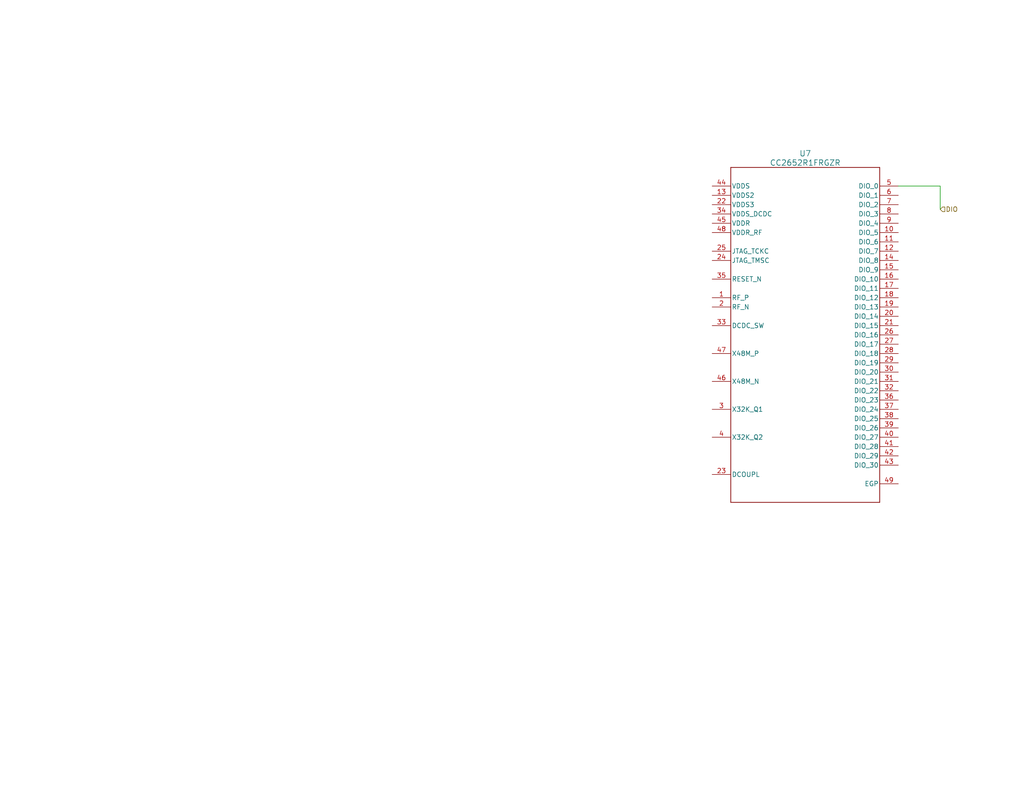
<source format=kicad_sch>
(kicad_sch (version 20230121) (generator eeschema)
  (paper "A")
  (lib_symbols
    (symbol "CC26X2R:CC2652R1FRGZR" (pin_names (offset 0.254))
      (property "Reference" "U" (at 0 2.54 0))
      (property "Value" "CC2652R1FRGZR" (at 0 0 0))
      (symbol "CC2652R1FRGZR_0_1"
        (polyline (pts (xy -20.32 -45.72) (xy 20.32 -45.72)) (stroke (width 0.2032)))
        (polyline (pts (xy -20.32 45.72) (xy -20.32 -45.72)) (stroke (width 0.2032)))
        (polyline (pts (xy 20.32 -45.72) (xy 20.32 45.72)) (stroke (width 0.2032)))
        (polyline (pts (xy 20.32 45.72) (xy -20.32 45.72)) (stroke (width 0.2032)))
        (pin bidirectional line (at -25.4 10.16 0) (length 5.08) (name "RF_P") (number "1"))
        (pin bidirectional line (at 25.4 27.94 180) (length 5.08) (name "DIO_5") (number "10"))
        (pin bidirectional line (at 25.4 25.4 180) (length 5.08) (name "DIO_6") (number "11"))
        (pin bidirectional line (at 25.4 22.86 180) (length 5.08) (name "DIO_7") (number "12"))
        (pin power_in line (at -25.4 38.1 0) (length 5.08) (name "VDDS2") (number "13"))
        (pin bidirectional line (at 25.4 20.32 180) (length 5.08) (name "DIO_8") (number "14"))
        (pin bidirectional line (at 25.4 17.78 180) (length 5.08) (name "DIO_9") (number "15"))
        (pin bidirectional line (at 25.4 15.24 180) (length 5.08) (name "DIO_10") (number "16"))
        (pin bidirectional line (at 25.4 12.7 180) (length 5.08) (name "DIO_11") (number "17"))
        (pin bidirectional line (at 25.4 10.16 180) (length 5.08) (name "DIO_12") (number "18"))
        (pin bidirectional line (at 25.4 7.62 180) (length 5.08) (name "DIO_13") (number "19"))
        (pin bidirectional line (at -25.4 7.62 0) (length 5.08) (name "RF_N") (number "2"))
        (pin bidirectional line (at 25.4 5.08 180) (length 5.08) (name "DIO_14") (number "20"))
        (pin bidirectional line (at 25.4 2.54 180) (length 5.08) (name "DIO_15") (number "21"))
        (pin power_in line (at -25.4 35.56 0) (length 5.08) (name "VDDS3") (number "22"))
        (pin unspecified line (at -25.4 -38.1 0) (length 5.08) (name "DCOUPL") (number "23"))
        (pin bidirectional line (at -25.4 20.32 0) (length 5.08) (name "JTAG_TMSC") (number "24"))
        (pin bidirectional line (at -25.4 22.86 0) (length 5.08) (name "JTAG_TCKC") (number "25"))
        (pin bidirectional line (at 25.4 0 180) (length 5.08) (name "DIO_16") (number "26"))
        (pin bidirectional line (at 25.4 -2.54 180) (length 5.08) (name "DIO_17") (number "27"))
        (pin bidirectional line (at 25.4 -5.08 180) (length 5.08) (name "DIO_18") (number "28"))
        (pin bidirectional line (at 25.4 -7.62 180) (length 5.08) (name "DIO_19") (number "29"))
        (pin bidirectional line (at -25.4 -20.32 0) (length 5.08) (name "X32K_Q1") (number "3"))
        (pin bidirectional line (at 25.4 -10.16 180) (length 5.08) (name "DIO_20") (number "30"))
        (pin bidirectional line (at 25.4 -12.7 180) (length 5.08) (name "DIO_21") (number "31"))
        (pin bidirectional line (at 25.4 -15.24 180) (length 5.08) (name "DIO_22") (number "32"))
        (pin power_in line (at -25.4 2.54 0) (length 5.08) (name "DCDC_SW") (number "33"))
        (pin power_in line (at -25.4 33.02 0) (length 5.08) (name "VDDS_DCDC") (number "34"))
        (pin input line (at -25.4 15.24 0) (length 5.08) (name "RESET_N") (number "35"))
        (pin bidirectional line (at 25.4 -17.78 180) (length 5.08) (name "DIO_23") (number "36"))
        (pin bidirectional line (at 25.4 -20.32 180) (length 5.08) (name "DIO_24") (number "37"))
        (pin bidirectional line (at 25.4 -22.86 180) (length 5.08) (name "DIO_25") (number "38"))
        (pin bidirectional line (at 25.4 -25.4 180) (length 5.08) (name "DIO_26") (number "39"))
        (pin bidirectional line (at -25.4 -27.94 0) (length 5.08) (name "X32K_Q2") (number "4"))
        (pin bidirectional line (at 25.4 -27.94 180) (length 5.08) (name "DIO_27") (number "40"))
        (pin bidirectional line (at 25.4 -30.48 180) (length 5.08) (name "DIO_28") (number "41"))
        (pin bidirectional line (at 25.4 -33.02 180) (length 5.08) (name "DIO_29") (number "42"))
        (pin bidirectional line (at 25.4 -35.56 180) (length 5.08) (name "DIO_30") (number "43"))
        (pin power_in line (at -25.4 40.64 0) (length 5.08) (name "VDDS") (number "44"))
        (pin power_in line (at -25.4 30.48 0) (length 5.08) (name "VDDR") (number "45"))
        (pin bidirectional line (at -25.4 -12.7 0) (length 5.08) (name "X48M_N") (number "46"))
        (pin bidirectional line (at -25.4 -5.08 0) (length 5.08) (name "X48M_P") (number "47"))
        (pin power_in line (at -25.4 27.94 0) (length 5.08) (name "VDDR_RF") (number "48"))
        (pin power_in line (at 25.4 -40.64 180) (length 5.08) (name "EGP") (number "49"))
        (pin bidirectional line (at 25.4 40.64 180) (length 5.08) (name "DIO_0") (number "5"))
        (pin bidirectional line (at 25.4 38.1 180) (length 5.08) (name "DIO_1") (number "6"))
        (pin bidirectional line (at 25.4 35.56 180) (length 5.08) (name "DIO_2") (number "7"))
        (pin bidirectional line (at 25.4 33.02 180) (length 5.08) (name "DIO_3") (number "8"))
        (pin bidirectional line (at 25.4 30.48 180) (length 5.08) (name "DIO_4") (number "9"))
      )
    )
  )
  (wire (pts (xy 245.11 50.8) (xy 256.54 50.8)))
  (wire (pts (xy 256.54 50.8) (xy 256.54 57.15)))
  (hierarchical_label "DIO" (shape input) (at 256.54 57.15 0))
  (symbol (lib_id "CC26X2R:CC2652R1FRGZR") (at 219.71 91.44 0) (unit 1)
    (property "Reference" "U7" (at 219.71 41.91 0) (effects (font (size 1.524 1.524))))
    (property "Value" "CC2652R1FRGZR" (at 219.71 44.45 0) (effects (font (size 1.524 1.524))))
    (property "Footprint" "RGZ0048A" (effects hide))
    (property "Datasheet" "CC2652R1FRGZR" (effects hide))
  )
)
</source>
